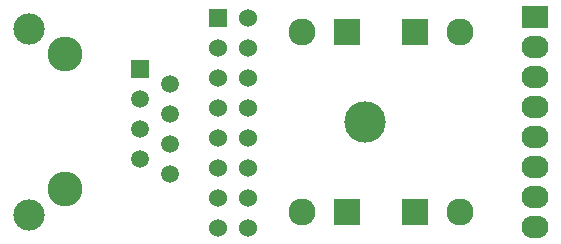
<source format=gbl>
%FSTAX24Y24*%
%MOIN*%
G70*
G01*
G75*
G04 Layer_Physical_Order=2*
G04 Layer_Color=16711680*
%ADD10C,0.0120*%
%ADD11O,0.0900X0.0750*%
%ADD12R,0.0900X0.0750*%
%ADD13C,0.1380*%
%ADD14C,0.0591*%
%ADD15R,0.0591X0.0591*%
%ADD16C,0.1043*%
%ADD17C,0.1161*%
%ADD18C,0.0600*%
%ADD19R,0.0600X0.0600*%
%ADD20C,0.0902*%
%ADD21R,0.0902X0.0902*%
D11*
X05025Y024D02*
D03*
Y026D02*
D03*
Y028D02*
D03*
Y029D02*
D03*
Y03D02*
D03*
Y027D02*
D03*
Y025D02*
D03*
D12*
Y031D02*
D03*
D13*
X0446Y0275D02*
D03*
D14*
X0381Y02575D02*
D03*
Y02875D02*
D03*
X0371Y02625D02*
D03*
X0381Y02675D02*
D03*
Y02775D02*
D03*
X0371Y02725D02*
D03*
Y02825D02*
D03*
D15*
Y02925D02*
D03*
D16*
X0334Y0244D02*
D03*
Y0306D02*
D03*
D17*
X0346Y02975D02*
D03*
Y02525D02*
D03*
D18*
X0407Y03095D02*
D03*
Y02995D02*
D03*
Y02895D02*
D03*
Y02795D02*
D03*
Y02695D02*
D03*
Y02595D02*
D03*
X0397Y02395D02*
D03*
Y02495D02*
D03*
Y02595D02*
D03*
Y02695D02*
D03*
Y02795D02*
D03*
Y02895D02*
D03*
Y02995D02*
D03*
X0407Y02495D02*
D03*
Y02395D02*
D03*
D19*
X0397Y03095D02*
D03*
D20*
X0425Y0305D02*
D03*
X04775D02*
D03*
X0425Y0245D02*
D03*
X04775D02*
D03*
D21*
X044Y0305D02*
D03*
X04625D02*
D03*
X044Y0245D02*
D03*
X04625D02*
D03*
M02*

</source>
